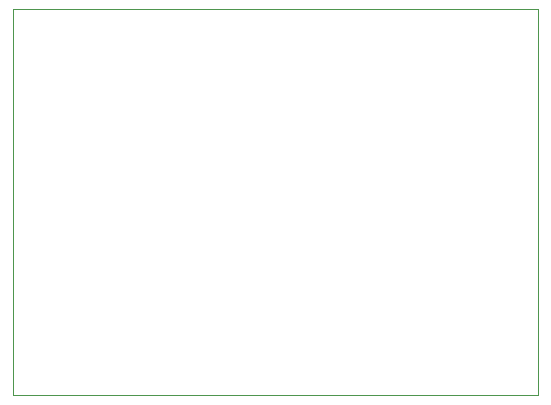
<source format=gbp>
G75*
%MOIN*%
%OFA0B0*%
%FSLAX25Y25*%
%IPPOS*%
%LPD*%
%AMOC8*
5,1,8,0,0,1.08239X$1,22.5*
%
%ADD10C,0.00000*%
D10*
X0001800Y0001800D02*
X0001800Y0130501D01*
X0176721Y0130501D01*
X0176721Y0001800D01*
X0001800Y0001800D01*
M02*

</source>
